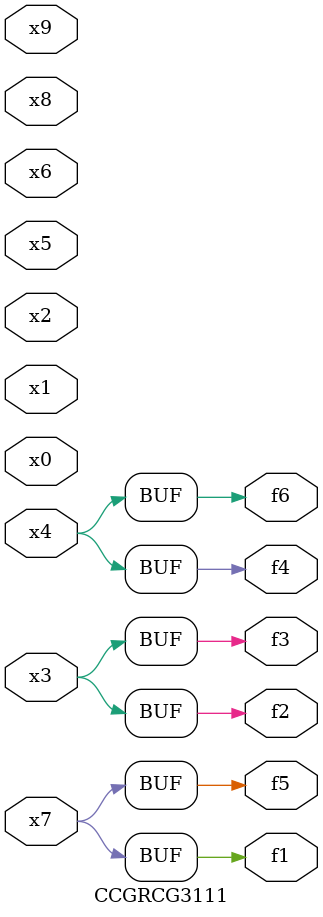
<source format=v>
module CCGRCG3111(
	input x0, x1, x2, x3, x4, x5, x6, x7, x8, x9,
	output f1, f2, f3, f4, f5, f6
);
	assign f1 = x7;
	assign f2 = x3;
	assign f3 = x3;
	assign f4 = x4;
	assign f5 = x7;
	assign f6 = x4;
endmodule

</source>
